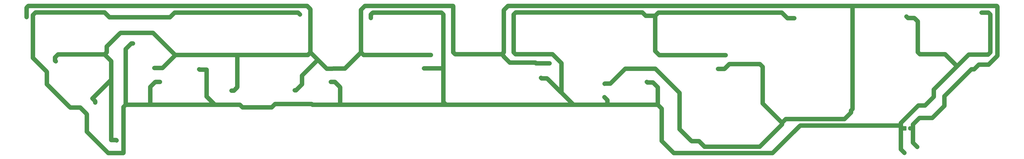
<source format=gtl>
G04 #@! TF.GenerationSoftware,KiCad,Pcbnew,7.0.9*
G04 #@! TF.CreationDate,2024-04-05T19:00:47+01:00*
G04 #@! TF.ProjectId,mcpBacklight,6d637042-6163-46b6-9c69-6768742e6b69,rev?*
G04 #@! TF.SameCoordinates,Original*
G04 #@! TF.FileFunction,Copper,L1,Top*
G04 #@! TF.FilePolarity,Positive*
%FSLAX46Y46*%
G04 Gerber Fmt 4.6, Leading zero omitted, Abs format (unit mm)*
G04 Created by KiCad (PCBNEW 7.0.9) date 2024-04-05 19:00:47*
%MOMM*%
%LPD*%
G01*
G04 APERTURE LIST*
G04 Aperture macros list*
%AMRoundRect*
0 Rectangle with rounded corners*
0 $1 Rounding radius*
0 $2 $3 $4 $5 $6 $7 $8 $9 X,Y pos of 4 corners*
0 Add a 4 corners polygon primitive as box body*
4,1,4,$2,$3,$4,$5,$6,$7,$8,$9,$2,$3,0*
0 Add four circle primitives for the rounded corners*
1,1,$1+$1,$2,$3*
1,1,$1+$1,$4,$5*
1,1,$1+$1,$6,$7*
1,1,$1+$1,$8,$9*
0 Add four rect primitives between the rounded corners*
20,1,$1+$1,$2,$3,$4,$5,0*
20,1,$1+$1,$4,$5,$6,$7,0*
20,1,$1+$1,$6,$7,$8,$9,0*
20,1,$1+$1,$8,$9,$2,$3,0*%
G04 Aperture macros list end*
G04 #@! TA.AperFunction,ComponentPad*
%ADD10RoundRect,0.250000X-0.600000X-0.750000X0.600000X-0.750000X0.600000X0.750000X-0.600000X0.750000X0*%
G04 #@! TD*
G04 #@! TA.AperFunction,ComponentPad*
%ADD11O,1.700000X2.000000*%
G04 #@! TD*
G04 #@! TA.AperFunction,ViaPad*
%ADD12C,0.500000*%
G04 #@! TD*
G04 #@! TA.AperFunction,Conductor*
%ADD13C,2.000000*%
G04 #@! TD*
G04 APERTURE END LIST*
D10*
X500700000Y-326275000D03*
D11*
X503200000Y-326275000D03*
D12*
X499050000Y-326100000D03*
X499050000Y-324950000D03*
X499050000Y-327350000D03*
X504500000Y-327400000D03*
X504550000Y-324600000D03*
X504950000Y-326200000D03*
D13*
X390150000Y-317278680D02*
X388371320Y-315500000D01*
X323628680Y-292500000D02*
X322750000Y-291621320D01*
X539750000Y-291621320D02*
X539750000Y-288750000D01*
X157300000Y-315500000D02*
X157300000Y-307400000D01*
X395650000Y-337500000D02*
X390150000Y-332000000D01*
X381350000Y-273450000D02*
X382850000Y-274950000D01*
X289871320Y-273500000D02*
X258628680Y-273500000D01*
X429100000Y-337500000D02*
X403750000Y-337500000D01*
X388371320Y-315500000D02*
X388371320Y-307571320D01*
X503100000Y-275950000D02*
X502250000Y-275950000D01*
X506700000Y-277500000D02*
X505300000Y-276100000D01*
X145100000Y-325450000D02*
X145100000Y-337450000D01*
X505300000Y-276100000D02*
X505150000Y-275950000D01*
X337950000Y-303450000D02*
X336950000Y-303450000D01*
X365450000Y-315500000D02*
X365450000Y-313400000D01*
X507628680Y-292500000D02*
X506700000Y-291571320D01*
X529550000Y-293050000D02*
X529950000Y-292650000D01*
X210100000Y-316700000D02*
X199350000Y-316700000D01*
X138721320Y-275600000D02*
X140450000Y-275600000D01*
X212633394Y-316700000D02*
X210100000Y-316700000D01*
X532200000Y-292650000D02*
X538721320Y-292650000D01*
X502850000Y-319950000D02*
X506950000Y-315850000D01*
X499000000Y-327300000D02*
X499050000Y-327350000D01*
X499050000Y-326100000D02*
X499000000Y-326150000D01*
X383600000Y-305350000D02*
X383350000Y-305100000D01*
X214133394Y-315200000D02*
X212633394Y-316700000D01*
X241450000Y-305200000D02*
X241350000Y-305100000D01*
X105050000Y-273450000D02*
X112350000Y-273450000D01*
X198150000Y-315500000D02*
X186750000Y-315500000D01*
X153450000Y-315500000D02*
X146128680Y-315500000D01*
X120900000Y-316800000D02*
X110250000Y-306150000D01*
X380500000Y-315500000D02*
X365450000Y-315500000D01*
X198200000Y-315550000D02*
X198150000Y-315500000D01*
X103900000Y-274600000D02*
X105050000Y-273450000D01*
X186750000Y-315500000D02*
X183000000Y-311750000D01*
X323678680Y-273450000D02*
X340500000Y-273450000D01*
X128450000Y-320050000D02*
X128450000Y-319800000D01*
X230828680Y-315200000D02*
X223500000Y-315200000D01*
X536200000Y-273500000D02*
X535800000Y-273500000D01*
X145050000Y-337500000D02*
X138950000Y-337500000D01*
X179800000Y-299500000D02*
X179600000Y-299300000D01*
X529950000Y-292650000D02*
X532200000Y-292650000D01*
X506700000Y-291571320D02*
X506700000Y-278950000D01*
X290750000Y-274378680D02*
X289871320Y-273500000D01*
X386150000Y-305350000D02*
X383600000Y-305350000D01*
X450000000Y-328150000D02*
X453200000Y-324950000D01*
X510050000Y-315850000D02*
X514000000Y-311900000D01*
X290750000Y-276950000D02*
X290750000Y-274378680D01*
X539750000Y-274378680D02*
X538871320Y-273500000D01*
X499000000Y-323800000D02*
X502850000Y-319950000D01*
X290750000Y-298900000D02*
X281950000Y-298900000D01*
X305350000Y-315500000D02*
X292050000Y-315500000D01*
X506950000Y-315850000D02*
X510050000Y-315850000D01*
X389028680Y-292900000D02*
X419300000Y-292900000D01*
X388371320Y-307571320D02*
X386150000Y-305350000D01*
X524625000Y-297975000D02*
X529550000Y-293050000D01*
X335450000Y-303450000D02*
X335200000Y-303200000D01*
X344500000Y-310000000D02*
X337950000Y-303450000D01*
X350000000Y-315500000D02*
X344500000Y-310000000D01*
X138950000Y-337500000D02*
X138140522Y-337500000D01*
X110250000Y-303950000D02*
X110250000Y-300500000D01*
X168378680Y-273500000D02*
X172800000Y-273500000D01*
X243800000Y-315500000D02*
X231128680Y-315500000D01*
X403750000Y-337500000D02*
X395650000Y-337500000D01*
X183000000Y-299500000D02*
X179800000Y-299500000D01*
X183000000Y-311750000D02*
X183000000Y-299500000D01*
X145100000Y-337450000D02*
X145050000Y-337500000D01*
X447421320Y-276050000D02*
X450500000Y-276050000D01*
X499050000Y-327350000D02*
X499000000Y-327400000D01*
X159300000Y-305400000D02*
X159650000Y-305050000D01*
X387178680Y-274950000D02*
X388628680Y-273500000D01*
X231128680Y-315500000D02*
X230828680Y-315200000D01*
X499000000Y-335800000D02*
X500650000Y-337450000D01*
X506700000Y-278950000D02*
X506700000Y-277500000D01*
X128450000Y-327809478D02*
X128450000Y-320050000D01*
X524625000Y-297975000D02*
X519150000Y-292500000D01*
X387178680Y-274950000D02*
X387178680Y-291050000D01*
X538871320Y-273500000D02*
X537628680Y-273500000D01*
X257750000Y-274378680D02*
X257750000Y-275950000D01*
X340500000Y-273450000D02*
X381350000Y-273450000D01*
X138140522Y-337500000D02*
X128450000Y-327809478D01*
X336950000Y-303450000D02*
X335450000Y-303450000D01*
X499000000Y-326150000D02*
X499000000Y-327300000D01*
X388371320Y-315500000D02*
X380500000Y-315500000D01*
X103900000Y-294150000D02*
X103900000Y-274600000D01*
X337600000Y-292500000D02*
X323628680Y-292500000D01*
X257839340Y-274289340D02*
X257750000Y-274378680D01*
X382850000Y-274950000D02*
X387178680Y-274950000D01*
X290750000Y-298900000D02*
X290750000Y-276950000D01*
X538721320Y-292650000D02*
X539750000Y-291621320D01*
X344500000Y-310000000D02*
X344500000Y-296550000D01*
X243800000Y-315500000D02*
X243800000Y-307550000D01*
X440650000Y-337500000D02*
X429100000Y-337500000D01*
X450000000Y-328150000D02*
X440650000Y-337500000D01*
X344500000Y-296550000D02*
X340450000Y-292500000D01*
X499000000Y-324950000D02*
X499000000Y-326050000D01*
X322750000Y-291621320D02*
X322750000Y-275150000D01*
X125450000Y-316800000D02*
X120900000Y-316800000D01*
X128450000Y-319800000D02*
X125450000Y-316800000D01*
X186750000Y-315500000D02*
X157300000Y-315500000D01*
X146128680Y-290121320D02*
X148700000Y-287550000D01*
X444871320Y-273500000D02*
X445535660Y-274164340D01*
X350000000Y-315500000D02*
X305350000Y-315500000D01*
X499000000Y-326050000D02*
X499050000Y-326100000D01*
X365450000Y-313400000D02*
X364050000Y-312000000D01*
X136571320Y-273450000D02*
X138721320Y-275600000D01*
X112350000Y-273450000D02*
X136571320Y-273450000D01*
X453200000Y-324950000D02*
X499000000Y-324950000D01*
X290750000Y-314200000D02*
X290750000Y-298900000D01*
X258628680Y-273500000D02*
X257839340Y-274289340D01*
X365450000Y-315500000D02*
X350000000Y-315500000D01*
X539750000Y-275050000D02*
X539750000Y-274378680D01*
X157300000Y-315500000D02*
X153450000Y-315500000D01*
X322750000Y-275150000D02*
X322750000Y-274378680D01*
X252371320Y-315500000D02*
X243800000Y-315500000D01*
X322750000Y-274378680D02*
X323678680Y-273450000D01*
X292050000Y-315500000D02*
X252371320Y-315500000D01*
X519150000Y-292500000D02*
X507628680Y-292500000D01*
X499050000Y-324950000D02*
X499000000Y-323800000D01*
X340450000Y-292500000D02*
X337600000Y-292500000D01*
X502250000Y-275950000D02*
X501600000Y-275300000D01*
X499000000Y-327400000D02*
X499000000Y-335800000D01*
X107750000Y-298000000D02*
X103900000Y-294150000D01*
X445535660Y-274164340D02*
X447421320Y-276050000D01*
X159650000Y-305050000D02*
X161750000Y-305050000D01*
X224621320Y-273500000D02*
X225500000Y-274378680D01*
X146128680Y-315500000D02*
X145100000Y-316528680D01*
X505150000Y-275950000D02*
X503100000Y-275950000D01*
X157300000Y-307400000D02*
X159300000Y-305400000D01*
X388628680Y-273500000D02*
X444871320Y-273500000D01*
X537628680Y-273500000D02*
X536200000Y-273500000D01*
X514000000Y-311900000D02*
X514000000Y-308600000D01*
X223500000Y-315200000D02*
X214133394Y-315200000D01*
X499000000Y-324950000D02*
X499050000Y-324950000D01*
X199350000Y-316700000D02*
X198200000Y-315550000D01*
X110250000Y-300500000D02*
X107750000Y-298000000D01*
X539750000Y-288750000D02*
X539750000Y-275050000D01*
X145100000Y-316528680D02*
X145100000Y-325450000D01*
X292050000Y-315500000D02*
X290750000Y-314200000D01*
X140450000Y-275600000D02*
X166278680Y-275600000D01*
X166278680Y-275600000D02*
X168378680Y-273500000D01*
X387178680Y-291050000D02*
X389028680Y-292900000D01*
X241350000Y-305100000D02*
X239550000Y-305100000D01*
X243800000Y-307550000D02*
X241450000Y-305200000D01*
X148700000Y-287550000D02*
X149450000Y-287550000D01*
X390150000Y-332000000D02*
X390150000Y-317278680D01*
X172800000Y-273500000D02*
X224621320Y-273500000D01*
X110250000Y-306150000D02*
X110250000Y-303950000D01*
X146128680Y-315500000D02*
X146128680Y-290121320D01*
X514000000Y-308600000D02*
X524625000Y-297975000D01*
X101004684Y-271295316D02*
X101004684Y-275537135D01*
X387259440Y-299059440D02*
X384282255Y-299059440D01*
X436100000Y-303750000D02*
X436100000Y-298228680D01*
X139501578Y-304148422D02*
X139550000Y-304196844D01*
X196950000Y-292800000D02*
X180150000Y-292800000D01*
X139550000Y-304196844D02*
X139550000Y-331600000D01*
X444900000Y-323750000D02*
X436100000Y-314950000D01*
X136521320Y-292600000D02*
X139501578Y-295580258D01*
X163450000Y-298200000D02*
X162900000Y-298750000D01*
X538950000Y-297200000D02*
X543000000Y-293150000D01*
X531131154Y-299350000D02*
X532350000Y-299350000D01*
X168678680Y-292971320D02*
X163450000Y-298200000D01*
X253250000Y-272250000D02*
X253250000Y-291621320D01*
X477000000Y-270500000D02*
X320150000Y-270500000D01*
X114000000Y-293900000D02*
X114000000Y-295400000D01*
X234064340Y-295435660D02*
X230250000Y-291621320D01*
X317371320Y-292500000D02*
X296128680Y-292500000D01*
X234064340Y-295435660D02*
X233188805Y-295435660D01*
X295150000Y-270500000D02*
X255000000Y-270500000D01*
X144400000Y-282700000D02*
X143750000Y-282700000D01*
X318250000Y-293378680D02*
X318250000Y-293550000D01*
X233188805Y-295435660D02*
X226400000Y-302224465D01*
X230250000Y-291621320D02*
X229071320Y-292800000D01*
X504500000Y-324650000D02*
X504550000Y-324600000D01*
X532350000Y-299350000D02*
X534500000Y-297200000D01*
X398300000Y-326650000D02*
X398300000Y-322700000D01*
X240141382Y-299066904D02*
X237695584Y-299066904D01*
X373540560Y-299059440D02*
X366750000Y-305850000D01*
X318250000Y-291621320D02*
X317371320Y-292500000D01*
X518850000Y-314800000D02*
X518850000Y-311631154D01*
X295250000Y-270600000D02*
X295150000Y-270500000D01*
X384282255Y-299059440D02*
X373540560Y-299059440D01*
X403750000Y-332100000D02*
X398300000Y-326650000D01*
X137500000Y-288950000D02*
X137500000Y-288900000D01*
X518850000Y-316000000D02*
X513350000Y-321500000D01*
X518850000Y-314800000D02*
X518850000Y-316000000D01*
X543000000Y-272650000D02*
X543000000Y-270769691D01*
X296128680Y-292500000D02*
X295250000Y-291621320D01*
X196950000Y-307500000D02*
X196000000Y-308450000D01*
X255000000Y-270500000D02*
X253250000Y-272250000D01*
X476300000Y-318150000D02*
X476300000Y-319071320D01*
X420900000Y-297000000D02*
X419100000Y-298800000D01*
X139501578Y-304148422D02*
X131000000Y-312650000D01*
X180150000Y-292800000D02*
X168678680Y-292800000D01*
X320150000Y-270500000D02*
X318250000Y-272400000D01*
X407150000Y-332100000D02*
X403750000Y-332100000D01*
X387500000Y-299300000D02*
X387259440Y-299059440D01*
X132250000Y-313900000D02*
X132250000Y-314450000D01*
X513350000Y-321500000D02*
X507500000Y-321500000D01*
X168678680Y-292800000D02*
X168678680Y-292971320D01*
X226400000Y-302224465D02*
X226400000Y-306200000D01*
X226400000Y-306200000D02*
X223700000Y-308900000D01*
X321000000Y-296300000D02*
X332650000Y-296300000D01*
X253250000Y-291621320D02*
X245919203Y-298952117D01*
X318250000Y-272400000D02*
X318250000Y-291621320D01*
X446650000Y-322000000D02*
X444900000Y-323750000D01*
X245919203Y-298952117D02*
X240693779Y-298952117D01*
X318250000Y-293550000D02*
X321000000Y-296300000D01*
X253250000Y-291621320D02*
X254428680Y-292800000D01*
X504500000Y-327400000D02*
X504500000Y-332750000D01*
X434771320Y-334600000D02*
X409650000Y-334600000D01*
X237695584Y-299066904D02*
X234064340Y-295435660D01*
X158578680Y-282700000D02*
X144400000Y-282700000D01*
X139550000Y-331600000D02*
X141800000Y-331600000D01*
X543000000Y-270769691D02*
X542730309Y-270500000D01*
X542730309Y-270500000D02*
X538100000Y-270500000D01*
X534500000Y-297200000D02*
X538950000Y-297200000D01*
X162900000Y-298750000D02*
X159150000Y-298750000D01*
X223700000Y-308900000D02*
X223100000Y-308900000D01*
X448350000Y-322000000D02*
X446650000Y-322000000D01*
X131000000Y-312650000D02*
X132250000Y-313900000D01*
X504500000Y-324500000D02*
X504500000Y-324550000D01*
X139501578Y-295580258D02*
X139501578Y-304148422D01*
X240693779Y-298952117D02*
X240141382Y-299066904D01*
X444900000Y-323750000D02*
X444900000Y-324471320D01*
X229071320Y-292800000D02*
X196950000Y-292800000D01*
X195400000Y-309050000D02*
X194350000Y-309050000D01*
X137500000Y-288900000D02*
X137500000Y-291621320D01*
X196000000Y-308450000D02*
X195400000Y-309050000D01*
X436100000Y-298228680D02*
X434871320Y-297000000D01*
X317371320Y-292500000D02*
X318250000Y-293378680D01*
X254428680Y-292800000D02*
X285100000Y-292800000D01*
X518850000Y-311631154D02*
X531131154Y-299350000D01*
X114000000Y-295400000D02*
X114300000Y-295700000D01*
X295250000Y-291621320D02*
X295250000Y-270600000D01*
X444900000Y-324471320D02*
X434771320Y-334600000D01*
X543000000Y-293150000D02*
X543000000Y-272650000D01*
X436100000Y-314950000D02*
X436100000Y-303750000D01*
X419100000Y-298800000D02*
X418700000Y-299200000D01*
X504650000Y-270500000D02*
X503950000Y-270500000D01*
X504500000Y-326300000D02*
X504500000Y-324650000D01*
X143750000Y-282700000D02*
X137500000Y-288950000D01*
X434871320Y-297000000D02*
X420900000Y-297000000D01*
X366750000Y-305850000D02*
X364250000Y-305850000D01*
X332950000Y-296600000D02*
X339100000Y-296600000D01*
X136521320Y-292600000D02*
X123150000Y-292600000D01*
X364250000Y-305850000D02*
X364150000Y-305950000D01*
X476300000Y-319071320D02*
X473371320Y-322000000D01*
X398300000Y-310100000D02*
X387500000Y-299300000D01*
X409650000Y-334600000D02*
X407150000Y-332100000D01*
X504500000Y-332750000D02*
X506500000Y-334750000D01*
X115300000Y-292600000D02*
X114000000Y-293900000D01*
X507500000Y-321500000D02*
X504500000Y-324500000D01*
X101800000Y-270500000D02*
X101004684Y-271295316D01*
X228750000Y-270500000D02*
X101800000Y-270500000D01*
X398300000Y-322700000D02*
X398300000Y-310100000D01*
X477000000Y-317450000D02*
X476300000Y-318150000D01*
X538100000Y-270500000D02*
X504650000Y-270500000D01*
X168678680Y-292800000D02*
X158578680Y-282700000D01*
X504500000Y-326300000D02*
X504500000Y-327400000D01*
X503950000Y-270500000D02*
X477000000Y-270500000D01*
X477000000Y-270500000D02*
X477000000Y-317450000D01*
X141800000Y-331600000D02*
X141950000Y-331750000D01*
X196950000Y-292800000D02*
X196950000Y-307500000D01*
X418700000Y-299200000D02*
X415800000Y-299200000D01*
X473371320Y-322000000D02*
X448350000Y-322000000D01*
X230250000Y-291621320D02*
X230250000Y-272000000D01*
X230250000Y-272000000D02*
X228750000Y-270500000D01*
X137500000Y-291621320D02*
X136521320Y-292600000D01*
X123150000Y-292600000D02*
X115300000Y-292600000D01*
X504500000Y-324550000D02*
X504550000Y-324600000D01*
X332650000Y-296300000D02*
X332950000Y-296600000D01*
M02*

</source>
